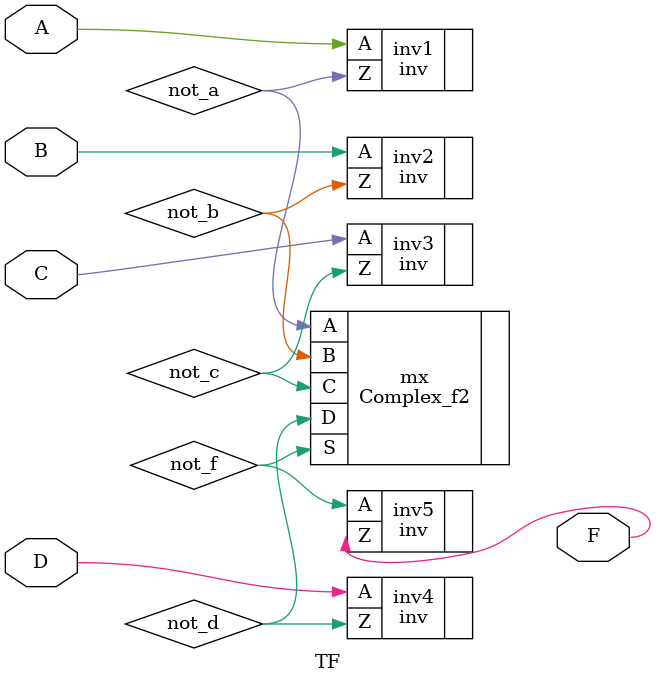
<source format=v>


// Verification Directory fv/TF 

module TF(A, B, C, D, F);
  input A, B, C, D;
  output F;
  wire A, B, C, D;
  wire F;
  wire not_a, not_b, not_c, not_d, not_f;
  inv inv1(.A (A), .Z (not_a));
  inv inv2(.A (B), .Z (not_b));
  inv inv3(.A (C), .Z (not_c));
  inv inv4(.A (D), .Z (not_d));
  inv inv5(.A (not_f), .Z (F));
  Complex_f2 mx(.A (not_a), .B (not_b), .C (not_c), .D (not_d), .S
       (not_f));
endmodule


</source>
